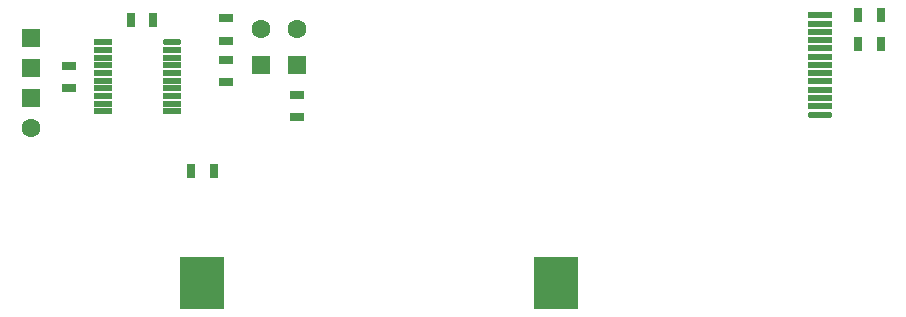
<source format=gbs>
G04*
G04 #@! TF.GenerationSoftware,Altium Limited,Altium Designer,24.7.2 (38)*
G04*
G04 Layer_Color=16711935*
%FSLAX44Y44*%
%MOMM*%
G71*
G04*
G04 #@! TF.SameCoordinates,6DF0CBF5-DEE5-4F27-B30F-A21075B38201*
G04*
G04*
G04 #@! TF.FilePolarity,Negative*
G04*
G01*
G75*
%ADD10R,0.7000X1.3000*%
%ADD16R,1.3000X0.7000*%
%ADD23R,1.6200X0.5100*%
%ADD24O,1.6200X0.5100*%
%ADD25C,1.6000*%
%ADD26R,1.6000X1.6000*%
%ADD27R,1.6000X1.6000*%
%ADD28R,2.1000X0.5000*%
%ADD29O,2.1000X0.5000*%
%ADD30R,3.7032X4.4032*%
D10*
X180499Y360001D02*
D03*
X199499D02*
D03*
X745499Y492501D02*
D03*
X764499D02*
D03*
X764500Y467500D02*
D03*
X745500D02*
D03*
X129500Y488000D02*
D03*
X148500D02*
D03*
D16*
X210001Y489501D02*
D03*
Y470501D02*
D03*
X269999Y405499D02*
D03*
Y424499D02*
D03*
X77500Y430500D02*
D03*
Y449500D02*
D03*
X210000Y454500D02*
D03*
Y435500D02*
D03*
D23*
X106050Y469250D02*
D03*
Y462750D02*
D03*
Y456250D02*
D03*
Y449750D02*
D03*
Y443250D02*
D03*
Y436750D02*
D03*
Y430250D02*
D03*
Y423750D02*
D03*
Y417250D02*
D03*
Y410750D02*
D03*
X163950D02*
D03*
Y417250D02*
D03*
Y423750D02*
D03*
Y430250D02*
D03*
Y436750D02*
D03*
Y443250D02*
D03*
Y449750D02*
D03*
Y456250D02*
D03*
Y462750D02*
D03*
D24*
Y469250D02*
D03*
D25*
X270000Y480000D02*
D03*
X45001Y396899D02*
D03*
X240000Y480000D02*
D03*
D26*
X270000Y450000D02*
D03*
X240000D02*
D03*
D27*
X45001Y473099D02*
D03*
Y447699D02*
D03*
Y422299D02*
D03*
D28*
X713000Y492000D02*
D03*
Y485000D02*
D03*
Y478000D02*
D03*
Y471000D02*
D03*
Y464000D02*
D03*
Y457000D02*
D03*
Y450000D02*
D03*
Y443000D02*
D03*
Y436000D02*
D03*
Y429000D02*
D03*
Y422000D02*
D03*
Y415000D02*
D03*
D29*
Y408000D02*
D03*
D30*
X189994Y265000D02*
D03*
X489750D02*
D03*
M02*

</source>
